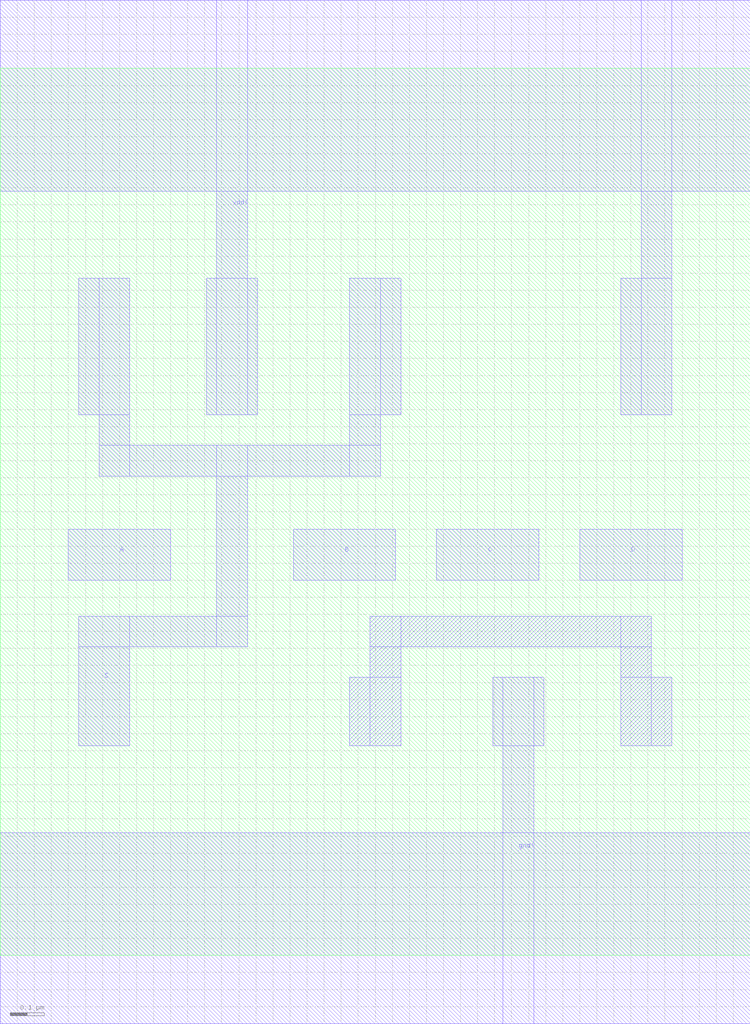
<source format=lef>

#******
# Preview export LEF
#
#	 Preview sub-version 5.10.41_USR5.90.69
#
# REF LIBS: lab3 
# TECH LIB NAME: cmos065
# TECH FILE NAME: techfile.cds
#******

VERSION 5.5 ;

NAMESCASESENSITIVE ON ;

DIVIDERCHAR "/" ;
BUSBITCHARS "[]" ;

UNITS
    DATABASE MICRONS 1000  ;
END UNITS

 MANUFACTURINGGRID    0.005000 ;
LAYER PO
    TYPE MASTERSLICE ;
END PO

LAYER CO
    TYPE CUT ;
    SPACING 0.110 ;
    SPACING 0.140 ADJACENTCUTS 3 WITHIN 0.150 ;
END CO

LAYER M1
    TYPE ROUTING ;
    WIDTH 0.100 ;
    MINWIDTH 0.090 ;
    SPACING 0.090 ;
    OFFSET 0.000 ;
    PITCH 0.200 ;
    MINENCLOSEDAREA 0.200 ;
    DIRECTION VERTICAL ;
    ANTENNAMODEL OXIDE1 ;
    ANTENNAAREARATIO 500.000 ;
    ANTENNASIDEAREARATIO PWL  (  )  ;
    ANTENNADIFFAREARATIO PWL  (  (  0.000 500.000 )  (  0.159 500.000 )  (  0.160 1000000.000 )  (  1.000 1000001.000 )  )  ;
    ANTENNADIFFSIDEAREARATIO PWL  (  )  ;
    ANTENNACUMAREARATIO 5000.000 ;
    ANTENNACUMDIFFAREARATIO PWL  (  (  0.000 5000.000 )  (  0.159 5000.000 )  (  0.160 43072.960 )  (  1.000 43456.000 )  )  ;
    ANTENNACUMSIDEAREARATIO PWL  (  )  ;
    ANTENNACUMDIFFSIDEAREARATIO PWL  (  )  ;
    ANTENNAAREAFACTOR  ;
    ANTENNASIDEAREAFACTOR  ;
END M1

LAYER VIA1
    TYPE CUT ;
    SPACING 0.100 ;
    SPACING 0.130 ADJACENTCUTS 3 WITHIN 0.140 ;
    ANTENNAMODEL OXIDE1 ;
    ANTENNAAREARATIO 20.000 ;
    ANTENNASIDEAREARATIO PWL  (  )  ;
    ANTENNADIFFAREARATIO PWL  (  (  0.000 20.000 )  (  0.159 20.000 )  (  0.160 933.600 )  (  1.000 1110.000 )  )  ;
    ANTENNADIFFSIDEAREARATIO PWL  (  )  ;
    ANTENNACUMAREARATIO PWL  (  )  ;
    ANTENNACUMDIFFAREARATIO PWL  (  )  ;
    ANTENNACUMSIDEAREARATIO PWL  (  )  ;
    ANTENNACUMDIFFSIDEAREARATIO PWL  (  )  ;
    ANTENNAAREAFACTOR  ;
    ANTENNASIDEAREAFACTOR  ;
END VIA1

LAYER M2
    TYPE ROUTING ;
    WIDTH 0.100 ;
    SPACING 0.100 ;
    OFFSET 0.000 ;
    PITCH 0.200 ;
    MINENCLOSEDAREA 0.200 ;
    DIRECTION HORIZONTAL ;
    ANTENNAMODEL OXIDE1 ;
    ANTENNAAREARATIO 500.000 ;
    ANTENNASIDEAREARATIO PWL  (  )  ;
    ANTENNADIFFAREARATIO PWL  (  (  0.000 500.000 )  (  0.159 500.000 )  (  0.160 1000000.000 )  (  1.000 1000001.000 )  )  ;
    ANTENNADIFFSIDEAREARATIO PWL  (  )  ;
    ANTENNACUMAREARATIO 5000.000 ;
    ANTENNACUMDIFFAREARATIO PWL  (  (  0.000 5000.000 )  (  0.159 5000.000 )  (  0.160 43072.960 )  (  1.000 43456.000 )  )  ;
    ANTENNACUMSIDEAREARATIO PWL  (  )  ;
    ANTENNACUMDIFFSIDEAREARATIO PWL  (  )  ;
    ANTENNAAREAFACTOR  ;
    ANTENNASIDEAREAFACTOR  ;
END M2

LAYER VIA2
    TYPE CUT ;
    SPACING 0.100 ;
    SPACING 0.130 ADJACENTCUTS 3 WITHIN 0.140 ;
    ANTENNAMODEL OXIDE1 ;
    ANTENNAAREARATIO 20.000 ;
    ANTENNASIDEAREARATIO PWL  (  )  ;
    ANTENNADIFFAREARATIO PWL  (  (  0.000 20.000 )  (  0.159 20.000 )  (  0.160 933.600 )  (  1.000 1110.000 )  )  ;
    ANTENNADIFFSIDEAREARATIO PWL  (  )  ;
    ANTENNACUMAREARATIO PWL  (  )  ;
    ANTENNACUMDIFFAREARATIO PWL  (  )  ;
    ANTENNACUMSIDEAREARATIO PWL  (  )  ;
    ANTENNACUMDIFFSIDEAREARATIO PWL  (  )  ;
    ANTENNAAREAFACTOR  ;
    ANTENNASIDEAREAFACTOR  ;
END VIA2

LAYER M3
    TYPE ROUTING ;
    WIDTH 0.100 ;
    SPACING 0.100 ;
    OFFSET 0.000 ;
    PITCH 0.200 ;
    MINENCLOSEDAREA 0.200 ;
    DIRECTION VERTICAL ;
    ANTENNAMODEL OXIDE1 ;
    ANTENNAAREARATIO 500.000 ;
    ANTENNASIDEAREARATIO PWL  (  )  ;
    ANTENNADIFFAREARATIO PWL  (  (  0.000 500.000 )  (  0.159 500.000 )  (  0.160 1000000.000 )  (  1.000 1000001.000 )  )  ;
    ANTENNADIFFSIDEAREARATIO PWL  (  )  ;
    ANTENNACUMAREARATIO 5000.000 ;
    ANTENNACUMDIFFAREARATIO PWL  (  (  0.000 5000.000 )  (  0.159 5000.000 )  (  0.160 43072.960 )  (  1.000 43456.000 )  )  ;
    ANTENNACUMSIDEAREARATIO PWL  (  )  ;
    ANTENNACUMDIFFSIDEAREARATIO PWL  (  )  ;
    ANTENNAAREAFACTOR  ;
    ANTENNASIDEAREAFACTOR  ;
END M3

LAYER VIA3
    TYPE CUT ;
    SPACING 0.100 ;
    SPACING 0.130 ADJACENTCUTS 3 WITHIN 0.140 ;
    ANTENNAMODEL OXIDE1 ;
    ANTENNAAREARATIO 20.000 ;
    ANTENNASIDEAREARATIO PWL  (  )  ;
    ANTENNADIFFAREARATIO PWL  (  (  0.000 20.000 )  (  0.159 20.000 )  (  0.160 933.600 )  (  1.000 1110.000 )  )  ;
    ANTENNADIFFSIDEAREARATIO PWL  (  )  ;
    ANTENNACUMAREARATIO PWL  (  )  ;
    ANTENNACUMDIFFAREARATIO PWL  (  )  ;
    ANTENNACUMSIDEAREARATIO PWL  (  )  ;
    ANTENNACUMDIFFSIDEAREARATIO PWL  (  )  ;
    ANTENNAAREAFACTOR  ;
    ANTENNASIDEAREAFACTOR  ;
END VIA3

LAYER M4
    TYPE ROUTING ;
    WIDTH 0.100 ;
    SPACING 0.100 ;
    OFFSET 0.000 ;
    PITCH 0.200 ;
    MINENCLOSEDAREA 0.200 ;
    DIRECTION HORIZONTAL ;
    ANTENNAMODEL OXIDE1 ;
    ANTENNAAREARATIO 500.000 ;
    ANTENNASIDEAREARATIO PWL  (  )  ;
    ANTENNADIFFAREARATIO PWL  (  (  0.000 500.000 )  (  0.159 500.000 )  (  0.160 1000000.000 )  (  1.000 1000001.000 )  )  ;
    ANTENNADIFFSIDEAREARATIO PWL  (  )  ;
    ANTENNACUMAREARATIO 5000.000 ;
    ANTENNACUMDIFFAREARATIO PWL  (  (  0.000 5000.000 )  (  0.159 5000.000 )  (  0.160 43072.960 )  (  1.000 43456.000 )  )  ;
    ANTENNACUMSIDEAREARATIO PWL  (  )  ;
    ANTENNACUMDIFFSIDEAREARATIO PWL  (  )  ;
    ANTENNAAREAFACTOR  ;
    ANTENNASIDEAREAFACTOR  ;
END M4

LAYER VIA4
    TYPE CUT ;
    SPACING 0.100 ;
    SPACING 0.130 ADJACENTCUTS 3 WITHIN 0.140 ;
    ANTENNAMODEL OXIDE1 ;
    ANTENNAAREARATIO 20.000 ;
    ANTENNASIDEAREARATIO PWL  (  )  ;
    ANTENNADIFFAREARATIO PWL  (  (  0.000 20.000 )  (  0.159 20.000 )  (  0.160 933.600 )  (  1.000 1110.000 )  )  ;
    ANTENNADIFFSIDEAREARATIO PWL  (  )  ;
    ANTENNACUMAREARATIO PWL  (  )  ;
    ANTENNACUMDIFFAREARATIO PWL  (  )  ;
    ANTENNACUMSIDEAREARATIO PWL  (  )  ;
    ANTENNACUMDIFFSIDEAREARATIO PWL  (  )  ;
    ANTENNAAREAFACTOR  ;
    ANTENNASIDEAREAFACTOR  ;
END VIA4

LAYER M5
    TYPE ROUTING ;
    WIDTH 0.100 ;
    SPACING 0.100 ;
    OFFSET 0.000 ;
    PITCH 0.200 ;
    MINENCLOSEDAREA 0.200 ;
    DIRECTION VERTICAL ;
    ANTENNAMODEL OXIDE1 ;
    ANTENNAAREARATIO 500.000 ;
    ANTENNASIDEAREARATIO PWL  (  )  ;
    ANTENNADIFFAREARATIO PWL  (  (  0.000 500.000 )  (  0.159 500.000 )  (  0.160 1000000.000 )  (  1.000 1000001.000 )  )  ;
    ANTENNADIFFSIDEAREARATIO PWL  (  )  ;
    ANTENNACUMAREARATIO 5000.000 ;
    ANTENNACUMDIFFAREARATIO PWL  (  (  0.000 5000.000 )  (  0.159 5000.000 )  (  0.160 43072.960 )  (  1.000 43456.000 )  )  ;
    ANTENNACUMSIDEAREARATIO PWL  (  )  ;
    ANTENNACUMDIFFSIDEAREARATIO PWL  (  )  ;
    ANTENNAAREAFACTOR  ;
    ANTENNASIDEAREAFACTOR  ;
END M5

LAYER VIA5
    TYPE CUT ;
    SPACING 0.540 ;
    SPACING 0.540 ADJACENTCUTS 3 WITHIN 0.560 ;
    ANTENNAMODEL OXIDE1 ;
    ANTENNAAREARATIO 20.000 ;
    ANTENNASIDEAREARATIO PWL  (  )  ;
    ANTENNADIFFAREARATIO PWL  (  (  0.000 20.000 )  (  0.159 20.000 )  (  0.160 933.600 )  (  1.000 1110.000 )  )  ;
    ANTENNADIFFSIDEAREARATIO PWL  (  )  ;
    ANTENNACUMAREARATIO PWL  (  )  ;
    ANTENNACUMDIFFAREARATIO PWL  (  )  ;
    ANTENNACUMSIDEAREARATIO PWL  (  )  ;
    ANTENNACUMDIFFSIDEAREARATIO PWL  (  )  ;
    ANTENNAAREAFACTOR  ;
    ANTENNASIDEAREAFACTOR  ;
END VIA5

LAYER M6
    TYPE ROUTING ;
    WIDTH 0.400 ;
    SPACING 0.400 ;
    OFFSET 0.000 ;
    PITCH 0.800 ;
    MINENCLOSEDAREA 0.565 ;
    DIRECTION HORIZONTAL ;
    ANTENNAMODEL OXIDE1 ;
    ANTENNAAREARATIO 500.000 ;
    ANTENNASIDEAREARATIO PWL  (  )  ;
    ANTENNADIFFAREARATIO PWL  (  (  0.000 500.000 )  (  0.159 500.000 )  (  0.160 1000000.000 )  (  1.000 1000001.000 )  )  ;
    ANTENNADIFFSIDEAREARATIO PWL  (  )  ;
    ANTENNACUMAREARATIO 5000.000 ;
    ANTENNACUMDIFFAREARATIO PWL  (  (  0.000 5000.000 )  (  0.159 5000.000 )  (  0.160 43072.960 )  (  1.000 43456.000 )  )  ;
    ANTENNACUMSIDEAREARATIO PWL  (  )  ;
    ANTENNACUMDIFFSIDEAREARATIO PWL  (  )  ;
    ANTENNAAREAFACTOR  ;
    ANTENNASIDEAREAFACTOR  ;
END M6

LAYER VIA6
    TYPE CUT ;
    SPACING 0.540 ;
    SPACING 0.540 ADJACENTCUTS 3 WITHIN 0.560 ;
    ANTENNAMODEL OXIDE1 ;
    ANTENNAAREARATIO 20.000 ;
    ANTENNASIDEAREARATIO PWL  (  )  ;
    ANTENNADIFFAREARATIO PWL  (  (  0.000 20.000 )  (  0.159 20.000 )  (  0.160 933.600 )  (  1.000 1110.000 )  )  ;
    ANTENNADIFFSIDEAREARATIO PWL  (  )  ;
    ANTENNACUMAREARATIO PWL  (  )  ;
    ANTENNACUMDIFFAREARATIO PWL  (  )  ;
    ANTENNACUMSIDEAREARATIO PWL  (  )  ;
    ANTENNACUMDIFFSIDEAREARATIO PWL  (  )  ;
    ANTENNAAREAFACTOR  ;
    ANTENNASIDEAREAFACTOR  ;
END VIA6

LAYER M7
    TYPE ROUTING ;
    WIDTH 0.400 ;
    SPACING 0.400 ;
    OFFSET 0.000 ;
    PITCH 0.800 ;
    MINENCLOSEDAREA 0.565 ;
    DIRECTION VERTICAL ;
    ANTENNAMODEL OXIDE1 ;
    ANTENNAAREARATIO 500.000 ;
    ANTENNASIDEAREARATIO PWL  (  )  ;
    ANTENNADIFFAREARATIO PWL  (  (  0.000 500.000 )  (  0.159 500.000 )  (  0.160 1000000.000 )  (  1.000 1000001.000 )  )  ;
    ANTENNADIFFSIDEAREARATIO PWL  (  )  ;
    ANTENNACUMAREARATIO 5000.000 ;
    ANTENNACUMDIFFAREARATIO PWL  (  (  0.000 5000.000 )  (  0.159 5000.000 )  (  0.160 43072.960 )  (  1.000 43456.000 )  )  ;
    ANTENNACUMSIDEAREARATIO PWL  (  )  ;
    ANTENNACUMDIFFSIDEAREARATIO PWL  (  )  ;
    ANTENNAAREAFACTOR  ;
    ANTENNASIDEAREAFACTOR  ;
END M7

LAYER CB
    TYPE CUT ;
    SPACING 2.000 ;
    ANTENNAMODEL OXIDE1 ;
    ANTENNAAREARATIO 20.000 ;
    ANTENNASIDEAREARATIO PWL  (  )  ;
    ANTENNADIFFAREARATIO PWL  (  (  0.000 20.000 )  (  0.159 20.000 )  (  0.160 933.600 )  (  1.000 1110.000 )  )  ;
    ANTENNADIFFSIDEAREARATIO PWL  (  )  ;
    ANTENNACUMAREARATIO PWL  (  )  ;
    ANTENNACUMDIFFAREARATIO PWL  (  )  ;
    ANTENNACUMSIDEAREARATIO PWL  (  )  ;
    ANTENNACUMDIFFSIDEAREARATIO PWL  (  )  ;
    ANTENNAAREAFACTOR  ;
    ANTENNASIDEAREAFACTOR  ;
END CB

LAYER AP
    TYPE ROUTING ;
    WIDTH 3.000 ;
    SPACING 2.000 ;
    OFFSET 0.000 ;
    PITCH 5.000 ;
    DIRECTION HORIZONTAL ;
    ANTENNAMODEL OXIDE1 ;
    ANTENNAAREARATIO 500.000 ;
    ANTENNASIDEAREARATIO PWL  (  )  ;
    ANTENNADIFFAREARATIO PWL  (  (  0.000 500.000 )  (  0.159 500.000 )  (  0.160 1000000.000 )  (  1.000 1000001.000 )  )  ;
    ANTENNADIFFSIDEAREARATIO PWL  (  )  ;
    ANTENNACUMAREARATIO 5000.000 ;
    ANTENNACUMDIFFAREARATIO PWL  (  (  0.000 5000.000 )  (  0.159 5000.000 )  (  0.160 43072.960 )  (  1.000 43456.000 )  )  ;
    ANTENNACUMSIDEAREARATIO PWL  (  )  ;
    ANTENNACUMDIFFSIDEAREARATIO PWL  (  )  ;
    ANTENNAAREAFACTOR  ;
    ANTENNASIDEAREAFACTOR  ;
END AP

LAYER overlap
    TYPE OVERLAP ;
END overlap

VIA PTAP_
    LAYER M1 ;
        RECT -0.045 -0.085 0.045 0.085 ;
    LAYER CO ;
        RECT -0.045 -0.045 0.045 0.045 ;
    LAYER PP ;
        RECT -0.095 -0.095 0.095 0.095 ;
END PTAP_

VIA NTAP_
    LAYER M1 ;
        RECT -0.045 -0.085 0.045 0.085 ;
    LAYER CO ;
        RECT -0.045 -0.045 0.045 0.045 ;
    LAYER NP ;
        RECT -0.095 -0.095 0.095 0.095 ;
END NTAP_

VIA M1__POD
    LAYER M1 ;
        RECT -0.045 -0.085 0.045 0.085 ;
    LAYER CO ;
        RECT -0.045 -0.045 0.045 0.045 ;
    LAYER OD ;
        RECT -0.075 -0.075 0.075 0.075 ;
END M1__POD

VIA M1__NOD
    LAYER M1 ;
        RECT -0.045 -0.085 0.045 0.085 ;
    LAYER CO ;
        RECT -0.045 -0.045 0.045 0.045 ;
    LAYER OD ;
        RECT -0.075 -0.075 0.075 0.075 ;
END M1__NOD

VIA M1__NW
    LAYER M1 ;
        RECT -0.045 -0.085 0.045 0.085 ;
    LAYER CO ;
        RECT -0.045 -0.045 0.045 0.045 ;
    LAYER NW ;
        RECT -0.235 -0.235 0.235 0.235 ;
END M1__NW

VIA M1__OD
    LAYER M1 ;
        RECT -0.045 -0.085 0.045 0.085 ;
    LAYER CO ;
        RECT -0.045 -0.045 0.045 0.045 ;
    LAYER OD ;
        RECT -0.075 -0.075 0.075 0.075 ;
END M1__OD

VIA M2X_PO
    LAYER M2 ;
        RECT -0.050 -0.090 0.050 0.090 ;
    LAYER VIA1 ;
        RECT -0.050 -0.050 0.050 0.050 ;
    LAYER PO ;
        RECT -0.055 -0.085 0.055 0.085 ;
END M2X_PO

VIA M3X_PO
    LAYER M3 ;
        RECT -0.050 -0.090 0.050 0.090 ;
    LAYER VIA2 ;
        RECT -0.050 -0.050 0.050 0.050 ;
    LAYER PO ;
        RECT -0.055 -0.085 0.055 0.085 ;
END M3X_PO

VIA M3X_M1
    LAYER M3 ;
        RECT -0.050 -0.090 0.050 0.090 ;
    LAYER VIA2 ;
        RECT -0.050 -0.050 0.050 0.050 ;
    LAYER M1 ;
        RECT -0.050 -0.090 0.050 0.090 ;
END M3X_M1

VIA M4X_PO
    LAYER M4 ;
        RECT -0.050 -0.090 0.050 0.090 ;
    LAYER VIA3 ;
        RECT -0.050 -0.050 0.050 0.050 ;
    LAYER PO ;
        RECT -0.055 -0.085 0.055 0.085 ;
END M4X_PO

VIA M4X_M1
    LAYER M4 ;
        RECT -0.050 -0.090 0.050 0.090 ;
    LAYER VIA3 ;
        RECT -0.050 -0.050 0.050 0.050 ;
    LAYER M1 ;
        RECT -0.050 -0.090 0.050 0.090 ;
END M4X_M1

VIA M4X_M2X
    LAYER M4 ;
        RECT -0.050 -0.090 0.050 0.090 ;
    LAYER VIA3 ;
        RECT -0.050 -0.050 0.050 0.050 ;
    LAYER M2 ;
        RECT -0.050 -0.090 0.050 0.090 ;
END M4X_M2X

VIA M5X_PO
    LAYER M5 ;
        RECT -0.050 -0.090 0.050 0.090 ;
    LAYER VIA4 ;
        RECT -0.050 -0.050 0.050 0.050 ;
    LAYER PO ;
        RECT -0.055 -0.085 0.055 0.085 ;
END M5X_PO

VIA M5X_M1
    LAYER M5 ;
        RECT -0.050 -0.090 0.050 0.090 ;
    LAYER VIA4 ;
        RECT -0.050 -0.050 0.050 0.050 ;
    LAYER M1 ;
        RECT -0.050 -0.090 0.050 0.090 ;
END M5X_M1

VIA M5X_M2X
    LAYER M5 ;
        RECT -0.050 -0.090 0.050 0.090 ;
    LAYER VIA4 ;
        RECT -0.050 -0.050 0.050 0.050 ;
    LAYER M2 ;
        RECT -0.050 -0.090 0.050 0.090 ;
END M5X_M2X

VIA M5X_M3X
    LAYER M5 ;
        RECT -0.050 -0.090 0.050 0.090 ;
    LAYER VIA4 ;
        RECT -0.050 -0.050 0.050 0.050 ;
    LAYER M3 ;
        RECT -0.050 -0.090 0.050 0.090 ;
END M5X_M3X

VIA M6Z_PO
    LAYER PO ;
        RECT -0.055 -0.085 0.055 0.085 ;
END M6Z_PO

VIA M6Z_M1
    LAYER M1 ;
        RECT -0.150 -0.190 0.150 0.190 ;
END M6Z_M1

VIA M6Z_M2X
    LAYER M2 ;
        RECT -0.150 -0.190 0.150 0.190 ;
END M6Z_M2X

VIA M6Z_M3X
    LAYER M3 ;
        RECT -0.150 -0.190 0.150 0.190 ;
END M6Z_M3X

VIA M6Z_M4X
    LAYER M4 ;
        RECT -0.150 -0.190 0.150 0.190 ;
END M6Z_M4X

VIA M7Z_PO
    LAYER PO ;
        RECT -0.055 -0.085 0.055 0.085 ;
END M7Z_PO

VIA M7Z_M1
    LAYER M1 ;
        RECT -0.150 -0.190 0.150 0.190 ;
END M7Z_M1

VIA M7Z_M2X
    LAYER M2 ;
        RECT -0.150 -0.190 0.150 0.190 ;
END M7Z_M2X

VIA M7Z_M3X
    LAYER M3 ;
        RECT -0.150 -0.190 0.150 0.190 ;
END M7Z_M3X

VIA M7Z_M4X
    LAYER M4 ;
        RECT -0.150 -0.190 0.150 0.190 ;
END M7Z_M4X

VIA M7Z_M5X
    LAYER M5 ;
        RECT -0.200 -0.260 0.200 0.260 ;
END M7Z_M5X

VIA M1__PO
    LAYER PO ;
        RECT -0.055 -0.085 0.055 0.085 ;
    LAYER CO ;
        RECT -0.045 -0.045 0.045 0.045 ;
    LAYER M1 ;
        RECT -0.085 -0.045 0.085 0.045 ;
END M1__PO

VIA M2X_M1 DEFAULT
    LAYER M1 ;
        RECT -0.050 -0.090 0.050 0.090 ;
    LAYER VIA1 ;
        RECT -0.050 -0.050 0.050 0.050 ;
    LAYER M2 ;
        RECT -0.050 -0.090 0.050 0.090 ;
END M2X_M1

VIA M2X_M1_H DEFAULT
    LAYER M1 ;
        RECT -0.050 -0.090 0.050 0.090 ;
    LAYER VIA1 ;
        RECT -0.050 -0.050 0.050 0.050 ;
    LAYER M2 ;
        RECT -0.090 -0.050 0.090 0.050 ;
END M2X_M1_H

VIA M2X_M1_V
    LAYER M1 ;
        RECT -0.090 -0.050 0.090 0.050 ;
    LAYER VIA1 ;
        RECT -0.050 -0.050 0.050 0.050 ;
    LAYER M2 ;
        RECT -0.050 -0.090 0.050 0.090 ;
END M2X_M1_V

VIA M3X_M2X DEFAULT
    LAYER M2 ;
        RECT -0.050 -0.090 0.050 0.090 ;
    LAYER VIA2 ;
        RECT -0.050 -0.050 0.050 0.050 ;
    LAYER M3 ;
        RECT -0.050 -0.090 0.050 0.090 ;
END M3X_M2X

VIA M3X_M2X_H DEFAULT
    LAYER M2 ;
        RECT -0.050 -0.090 0.050 0.090 ;
    LAYER VIA2 ;
        RECT -0.050 -0.050 0.050 0.050 ;
    LAYER M3 ;
        RECT -0.090 -0.050 0.090 0.050 ;
END M3X_M2X_H

VIA M3X_M2X_V
    LAYER M2 ;
        RECT -0.090 -0.050 0.090 0.050 ;
    LAYER VIA2 ;
        RECT -0.050 -0.050 0.050 0.050 ;
    LAYER M3 ;
        RECT -0.050 -0.090 0.050 0.090 ;
END M3X_M2X_V

VIA M4X_M3X DEFAULT
    LAYER M3 ;
        RECT -0.050 -0.090 0.050 0.090 ;
    LAYER VIA3 ;
        RECT -0.050 -0.050 0.050 0.050 ;
    LAYER M4 ;
        RECT -0.050 -0.090 0.050 0.090 ;
END M4X_M3X

VIA M4X_M3X_H DEFAULT
    LAYER M3 ;
        RECT -0.050 -0.090 0.050 0.090 ;
    LAYER VIA3 ;
        RECT -0.050 -0.050 0.050 0.050 ;
    LAYER M4 ;
        RECT -0.090 -0.050 0.090 0.050 ;
END M4X_M3X_H

VIA M4X_M3X_V
    LAYER M3 ;
        RECT -0.090 -0.050 0.090 0.050 ;
    LAYER VIA3 ;
        RECT -0.050 -0.050 0.050 0.050 ;
    LAYER M4 ;
        RECT -0.050 -0.090 0.050 0.090 ;
END M4X_M3X_V

VIA M5X_M4X DEFAULT
    LAYER M4 ;
        RECT -0.050 -0.090 0.050 0.090 ;
    LAYER VIA4 ;
        RECT -0.050 -0.050 0.050 0.050 ;
    LAYER M5 ;
        RECT -0.050 -0.090 0.050 0.090 ;
END M5X_M4X

VIA M5X_M4X_H DEFAULT
    LAYER M4 ;
        RECT -0.050 -0.090 0.050 0.090 ;
    LAYER VIA4 ;
        RECT -0.050 -0.050 0.050 0.050 ;
    LAYER M5 ;
        RECT -0.090 -0.050 0.090 0.050 ;
END M5X_M4X_H

VIA M5X_M4X_V
    LAYER M4 ;
        RECT -0.090 -0.050 0.090 0.050 ;
    LAYER VIA4 ;
        RECT -0.050 -0.050 0.050 0.050 ;
    LAYER M5 ;
        RECT -0.050 -0.090 0.050 0.090 ;
END M5X_M4X_V

VIA M6Z__M5X DEFAULT
    LAYER M5 ;
        RECT -0.200 -0.260 0.200 0.260 ;
END M6Z__M5X

VIA M6Z__M5X_H DEFAULT
    LAYER M5 ;
        RECT -0.200 -0.260 0.200 0.260 ;
END M6Z__M5X_H

VIA M6Z_M5X_V
    LAYER M5 ;
        RECT -0.260 -0.200 0.260 0.200 ;
END M6Z_M5X_V

VIA M7Z__M6Z DEFAULT
END M7Z__M6Z

VIA M7Z__M6Z_H DEFAULT
END M7Z__M6Z_H

VIA M7Z_M6Z_V
END M7Z_M6Z_V

VIA AP__M7Z DEFAULT
    LAYER CB ;
        RECT -1.500 -1.500 1.500 1.500 ;
    LAYER AP ;
        RECT -2.200 -2.200 2.200 2.200 ;
END AP__M7Z

VIA M6Z__BOTMIM
    LAYER BOTMIM ;
        RECT -0.780 -0.780 0.780 0.780 ;
END M6Z__BOTMIM

VIA M6Z__MKTOPMIM
    LAYER MKTOPMIM ;
        RECT -0.780 -0.780 0.780 0.780 ;
END M6Z__MKTOPMIM

SITE CoreSite
    SYMMETRY Y  ;
    CLASS CORE  ;
    SIZE 0.200 BY 2.600 ;
END CoreSite

MACRO Complex_f2
    CLASS CORE ;
    FOREIGN Complex_f2 0 -2.8 ;
    ORIGIN 0.000 2.800 ;
    SIZE 2.200 BY 2.600 ;
    SYMMETRY X Y ;
    SITE CoreSite ;
    PIN S
        DIRECTION OUTPUT ;
        PORT
        LAYER M1 ;
        RECT  1.025 -1.215 1.175 -0.815 ;
        RECT  1.025 -1.395 1.115 -0.815 ;
        RECT  0.290 -1.395 1.115 -1.305 ;
        RECT  0.635 -1.895 0.725 -1.305 ;
        RECT  0.230 -1.895 0.725 -1.805 ;
        RECT  0.230 -1.215 0.380 -0.815 ;
        RECT  0.290 -1.395 0.380 -0.815 ;
        RECT  0.230 -2.185 0.380 -1.805 ;
        END
    END S
    PIN D
        DIRECTION INPUT ;
        PORT
        LAYER M1 ;
        RECT  1.700 -1.700 2.000 -1.550 ;
        END
    END D
    PIN C
        DIRECTION INPUT ;
        PORT
        LAYER M1 ;
        RECT  1.280 -1.700 1.580 -1.550 ;
        END
    END C
    PIN B
        DIRECTION INPUT ;
        PORT
        LAYER M1 ;
        RECT  0.860 -1.700 1.160 -1.550 ;
        END
    END B
    PIN A
        DIRECTION INPUT ;
        PORT
        LAYER M1 ;
        RECT  0.200 -1.700 0.500 -1.550 ;
        END
    END A
    PIN vdd!
        DIRECTION INOUT ;
        USE POWER ;
        SHAPE ABUTMENT ;
        PORT
        LAYER M1 ;
        RECT  0.000 -0.560 2.200 0.000 ;
        RECT  1.880 -1.215 1.970 0.000 ;
        RECT  1.820 -1.215 1.970 -0.815 ;
        RECT  0.605 -1.215 0.755 -0.815 ;
        RECT  0.635 -1.215 0.725 0.000 ;
        END
    END vdd!
    PIN gnd!
        DIRECTION INOUT ;
        USE GROUND ;
        SHAPE ABUTMENT ;
        PORT
        LAYER M1 ;
        RECT  0.000 -3.000 2.200 -2.440 ;
        RECT  1.445 -2.185 1.595 -1.985 ;
        RECT  1.475 -3.000 1.565 -1.985 ;
        END
    END gnd!
    OBS
        LAYER M1 ;
        RECT  1.025 -2.185 1.175 -1.985 ;
        RECT  1.820 -2.185 1.970 -1.985 ;
        RECT  1.085 -2.185 1.175 -1.805 ;
        RECT  1.820 -2.185 1.910 -1.805 ;
        RECT  1.085 -1.895 1.910 -1.805 ;
    END
END Complex_f2

END LIBRARY

</source>
